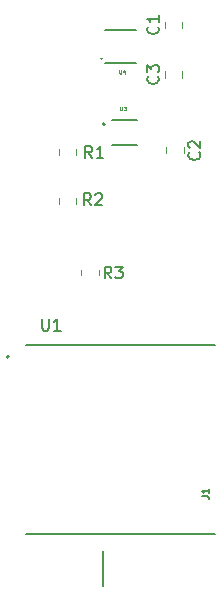
<source format=gbr>
%TF.GenerationSoftware,KiCad,Pcbnew,8.0.1*%
%TF.CreationDate,2024-03-27T22:20:37-06:00*%
%TF.ProjectId,weather-station-receiver,77656174-6865-4722-9d73-746174696f6e,rev?*%
%TF.SameCoordinates,Original*%
%TF.FileFunction,Legend,Top*%
%TF.FilePolarity,Positive*%
%FSLAX46Y46*%
G04 Gerber Fmt 4.6, Leading zero omitted, Abs format (unit mm)*
G04 Created by KiCad (PCBNEW 8.0.1) date 2024-03-27 22:20:37*
%MOMM*%
%LPD*%
G01*
G04 APERTURE LIST*
%ADD10C,0.150000*%
%ADD11C,0.080000*%
%ADD12C,0.080430*%
%ADD13C,0.120000*%
%ADD14C,0.203200*%
%ADD15C,0.200000*%
%ADD16C,0.127000*%
G04 APERTURE END LIST*
D10*
X159243733Y-93926819D02*
X158910400Y-93450628D01*
X158672305Y-93926819D02*
X158672305Y-92926819D01*
X158672305Y-92926819D02*
X159053257Y-92926819D01*
X159053257Y-92926819D02*
X159148495Y-92974438D01*
X159148495Y-92974438D02*
X159196114Y-93022057D01*
X159196114Y-93022057D02*
X159243733Y-93117295D01*
X159243733Y-93117295D02*
X159243733Y-93260152D01*
X159243733Y-93260152D02*
X159196114Y-93355390D01*
X159196114Y-93355390D02*
X159148495Y-93403009D01*
X159148495Y-93403009D02*
X159053257Y-93450628D01*
X159053257Y-93450628D02*
X158672305Y-93450628D01*
X159577067Y-92926819D02*
X160196114Y-92926819D01*
X160196114Y-92926819D02*
X159862781Y-93307771D01*
X159862781Y-93307771D02*
X160005638Y-93307771D01*
X160005638Y-93307771D02*
X160100876Y-93355390D01*
X160100876Y-93355390D02*
X160148495Y-93403009D01*
X160148495Y-93403009D02*
X160196114Y-93498247D01*
X160196114Y-93498247D02*
X160196114Y-93736342D01*
X160196114Y-93736342D02*
X160148495Y-93831580D01*
X160148495Y-93831580D02*
X160100876Y-93879200D01*
X160100876Y-93879200D02*
X160005638Y-93926819D01*
X160005638Y-93926819D02*
X159719924Y-93926819D01*
X159719924Y-93926819D02*
X159624686Y-93879200D01*
X159624686Y-93879200D02*
X159577067Y-93831580D01*
X157516533Y-87729219D02*
X157183200Y-87253028D01*
X156945105Y-87729219D02*
X156945105Y-86729219D01*
X156945105Y-86729219D02*
X157326057Y-86729219D01*
X157326057Y-86729219D02*
X157421295Y-86776838D01*
X157421295Y-86776838D02*
X157468914Y-86824457D01*
X157468914Y-86824457D02*
X157516533Y-86919695D01*
X157516533Y-86919695D02*
X157516533Y-87062552D01*
X157516533Y-87062552D02*
X157468914Y-87157790D01*
X157468914Y-87157790D02*
X157421295Y-87205409D01*
X157421295Y-87205409D02*
X157326057Y-87253028D01*
X157326057Y-87253028D02*
X156945105Y-87253028D01*
X157897486Y-86824457D02*
X157945105Y-86776838D01*
X157945105Y-86776838D02*
X158040343Y-86729219D01*
X158040343Y-86729219D02*
X158278438Y-86729219D01*
X158278438Y-86729219D02*
X158373676Y-86776838D01*
X158373676Y-86776838D02*
X158421295Y-86824457D01*
X158421295Y-86824457D02*
X158468914Y-86919695D01*
X158468914Y-86919695D02*
X158468914Y-87014933D01*
X158468914Y-87014933D02*
X158421295Y-87157790D01*
X158421295Y-87157790D02*
X157849867Y-87729219D01*
X157849867Y-87729219D02*
X158468914Y-87729219D01*
X157618133Y-83716019D02*
X157284800Y-83239828D01*
X157046705Y-83716019D02*
X157046705Y-82716019D01*
X157046705Y-82716019D02*
X157427657Y-82716019D01*
X157427657Y-82716019D02*
X157522895Y-82763638D01*
X157522895Y-82763638D02*
X157570514Y-82811257D01*
X157570514Y-82811257D02*
X157618133Y-82906495D01*
X157618133Y-82906495D02*
X157618133Y-83049352D01*
X157618133Y-83049352D02*
X157570514Y-83144590D01*
X157570514Y-83144590D02*
X157522895Y-83192209D01*
X157522895Y-83192209D02*
X157427657Y-83239828D01*
X157427657Y-83239828D02*
X157046705Y-83239828D01*
X158570514Y-83716019D02*
X157999086Y-83716019D01*
X158284800Y-83716019D02*
X158284800Y-82716019D01*
X158284800Y-82716019D02*
X158189562Y-82858876D01*
X158189562Y-82858876D02*
X158094324Y-82954114D01*
X158094324Y-82954114D02*
X157999086Y-83001733D01*
X163169980Y-76823866D02*
X163217600Y-76871485D01*
X163217600Y-76871485D02*
X163265219Y-77014342D01*
X163265219Y-77014342D02*
X163265219Y-77109580D01*
X163265219Y-77109580D02*
X163217600Y-77252437D01*
X163217600Y-77252437D02*
X163122361Y-77347675D01*
X163122361Y-77347675D02*
X163027123Y-77395294D01*
X163027123Y-77395294D02*
X162836647Y-77442913D01*
X162836647Y-77442913D02*
X162693790Y-77442913D01*
X162693790Y-77442913D02*
X162503314Y-77395294D01*
X162503314Y-77395294D02*
X162408076Y-77347675D01*
X162408076Y-77347675D02*
X162312838Y-77252437D01*
X162312838Y-77252437D02*
X162265219Y-77109580D01*
X162265219Y-77109580D02*
X162265219Y-77014342D01*
X162265219Y-77014342D02*
X162312838Y-76871485D01*
X162312838Y-76871485D02*
X162360457Y-76823866D01*
X162265219Y-76490532D02*
X162265219Y-75871485D01*
X162265219Y-75871485D02*
X162646171Y-76204818D01*
X162646171Y-76204818D02*
X162646171Y-76061961D01*
X162646171Y-76061961D02*
X162693790Y-75966723D01*
X162693790Y-75966723D02*
X162741409Y-75919104D01*
X162741409Y-75919104D02*
X162836647Y-75871485D01*
X162836647Y-75871485D02*
X163074742Y-75871485D01*
X163074742Y-75871485D02*
X163169980Y-75919104D01*
X163169980Y-75919104D02*
X163217600Y-75966723D01*
X163217600Y-75966723D02*
X163265219Y-76061961D01*
X163265219Y-76061961D02*
X163265219Y-76347675D01*
X163265219Y-76347675D02*
X163217600Y-76442913D01*
X163217600Y-76442913D02*
X163169980Y-76490532D01*
X166682380Y-83253966D02*
X166730000Y-83301585D01*
X166730000Y-83301585D02*
X166777619Y-83444442D01*
X166777619Y-83444442D02*
X166777619Y-83539680D01*
X166777619Y-83539680D02*
X166730000Y-83682537D01*
X166730000Y-83682537D02*
X166634761Y-83777775D01*
X166634761Y-83777775D02*
X166539523Y-83825394D01*
X166539523Y-83825394D02*
X166349047Y-83873013D01*
X166349047Y-83873013D02*
X166206190Y-83873013D01*
X166206190Y-83873013D02*
X166015714Y-83825394D01*
X166015714Y-83825394D02*
X165920476Y-83777775D01*
X165920476Y-83777775D02*
X165825238Y-83682537D01*
X165825238Y-83682537D02*
X165777619Y-83539680D01*
X165777619Y-83539680D02*
X165777619Y-83444442D01*
X165777619Y-83444442D02*
X165825238Y-83301585D01*
X165825238Y-83301585D02*
X165872857Y-83253966D01*
X165872857Y-82873013D02*
X165825238Y-82825394D01*
X165825238Y-82825394D02*
X165777619Y-82730156D01*
X165777619Y-82730156D02*
X165777619Y-82492061D01*
X165777619Y-82492061D02*
X165825238Y-82396823D01*
X165825238Y-82396823D02*
X165872857Y-82349204D01*
X165872857Y-82349204D02*
X165968095Y-82301585D01*
X165968095Y-82301585D02*
X166063333Y-82301585D01*
X166063333Y-82301585D02*
X166206190Y-82349204D01*
X166206190Y-82349204D02*
X166777619Y-82920632D01*
X166777619Y-82920632D02*
X166777619Y-82301585D01*
X163169980Y-72607466D02*
X163217600Y-72655085D01*
X163217600Y-72655085D02*
X163265219Y-72797942D01*
X163265219Y-72797942D02*
X163265219Y-72893180D01*
X163265219Y-72893180D02*
X163217600Y-73036037D01*
X163217600Y-73036037D02*
X163122361Y-73131275D01*
X163122361Y-73131275D02*
X163027123Y-73178894D01*
X163027123Y-73178894D02*
X162836647Y-73226513D01*
X162836647Y-73226513D02*
X162693790Y-73226513D01*
X162693790Y-73226513D02*
X162503314Y-73178894D01*
X162503314Y-73178894D02*
X162408076Y-73131275D01*
X162408076Y-73131275D02*
X162312838Y-73036037D01*
X162312838Y-73036037D02*
X162265219Y-72893180D01*
X162265219Y-72893180D02*
X162265219Y-72797942D01*
X162265219Y-72797942D02*
X162312838Y-72655085D01*
X162312838Y-72655085D02*
X162360457Y-72607466D01*
X163265219Y-71655085D02*
X163265219Y-72226513D01*
X163265219Y-71940799D02*
X162265219Y-71940799D01*
X162265219Y-71940799D02*
X162408076Y-72036037D01*
X162408076Y-72036037D02*
X162503314Y-72131275D01*
X162503314Y-72131275D02*
X162550933Y-72226513D01*
X153386711Y-97336606D02*
X153386711Y-98148259D01*
X153386711Y-98148259D02*
X153434455Y-98243747D01*
X153434455Y-98243747D02*
X153482200Y-98291492D01*
X153482200Y-98291492D02*
X153577688Y-98339236D01*
X153577688Y-98339236D02*
X153768665Y-98339236D01*
X153768665Y-98339236D02*
X153864154Y-98291492D01*
X153864154Y-98291492D02*
X153911898Y-98243747D01*
X153911898Y-98243747D02*
X153959642Y-98148259D01*
X153959642Y-98148259D02*
X153959642Y-97336606D01*
X154962272Y-98339236D02*
X154389341Y-98339236D01*
X154675806Y-98339236D02*
X154675806Y-97336606D01*
X154675806Y-97336606D02*
X154580318Y-97479839D01*
X154580318Y-97479839D02*
X154484829Y-97575327D01*
X154484829Y-97575327D02*
X154389341Y-97623072D01*
D11*
X159999790Y-79382478D02*
X159999790Y-79641525D01*
X159999790Y-79641525D02*
X160015028Y-79672001D01*
X160015028Y-79672001D02*
X160030266Y-79687240D01*
X160030266Y-79687240D02*
X160060742Y-79702478D01*
X160060742Y-79702478D02*
X160121695Y-79702478D01*
X160121695Y-79702478D02*
X160152171Y-79687240D01*
X160152171Y-79687240D02*
X160167409Y-79672001D01*
X160167409Y-79672001D02*
X160182647Y-79641525D01*
X160182647Y-79641525D02*
X160182647Y-79382478D01*
X160304552Y-79382478D02*
X160502647Y-79382478D01*
X160502647Y-79382478D02*
X160395980Y-79504382D01*
X160395980Y-79504382D02*
X160441695Y-79504382D01*
X160441695Y-79504382D02*
X160472171Y-79519620D01*
X160472171Y-79519620D02*
X160487409Y-79534859D01*
X160487409Y-79534859D02*
X160502647Y-79565335D01*
X160502647Y-79565335D02*
X160502647Y-79641525D01*
X160502647Y-79641525D02*
X160487409Y-79672001D01*
X160487409Y-79672001D02*
X160472171Y-79687240D01*
X160472171Y-79687240D02*
X160441695Y-79702478D01*
X160441695Y-79702478D02*
X160350266Y-79702478D01*
X160350266Y-79702478D02*
X160319790Y-79687240D01*
X160319790Y-79687240D02*
X160304552Y-79672001D01*
D12*
X159908379Y-76267131D02*
X159908379Y-76527571D01*
X159908379Y-76527571D02*
X159923699Y-76558211D01*
X159923699Y-76558211D02*
X159939019Y-76573532D01*
X159939019Y-76573532D02*
X159969659Y-76588852D01*
X159969659Y-76588852D02*
X160030939Y-76588852D01*
X160030939Y-76588852D02*
X160061579Y-76573532D01*
X160061579Y-76573532D02*
X160076899Y-76558211D01*
X160076899Y-76558211D02*
X160092219Y-76527571D01*
X160092219Y-76527571D02*
X160092219Y-76267131D01*
X160383300Y-76374371D02*
X160383300Y-76588852D01*
X160306700Y-76251811D02*
X160230100Y-76481611D01*
X160230100Y-76481611D02*
X160429260Y-76481611D01*
D10*
X166883539Y-112384742D02*
X167341131Y-112384742D01*
X167341131Y-112384742D02*
X167432649Y-112415248D01*
X167432649Y-112415248D02*
X167493662Y-112476260D01*
X167493662Y-112476260D02*
X167524168Y-112567779D01*
X167524168Y-112567779D02*
X167524168Y-112628791D01*
X167524168Y-111744113D02*
X167524168Y-112110187D01*
X167524168Y-111927150D02*
X166883539Y-111927150D01*
X166883539Y-111927150D02*
X166975057Y-111988162D01*
X166975057Y-111988162D02*
X167036069Y-112049175D01*
X167036069Y-112049175D02*
X167066576Y-112110187D01*
D13*
%TO.C,R3*%
X156694200Y-93664264D02*
X156694200Y-93210136D01*
X158164200Y-93664264D02*
X158164200Y-93210136D01*
%TO.C,R2*%
X154814600Y-87587064D02*
X154814600Y-87132936D01*
X156284600Y-87587064D02*
X156284600Y-87132936D01*
%TO.C,R1*%
X156284600Y-82999336D02*
X156284600Y-83453464D01*
X154814600Y-82999336D02*
X154814600Y-83453464D01*
%TO.C,C3*%
X163755400Y-76918452D02*
X163755400Y-76395948D01*
X165225400Y-76918452D02*
X165225400Y-76395948D01*
%TO.C,C2*%
X165377800Y-82826048D02*
X165377800Y-83348552D01*
X163907800Y-82826048D02*
X163907800Y-83348552D01*
%TO.C,C1*%
X163755400Y-72702052D02*
X163755400Y-72179548D01*
X165225400Y-72702052D02*
X165225400Y-72179548D01*
D14*
%TO.C,U1*%
X151991000Y-99543600D02*
X167991000Y-99543600D01*
X167991000Y-115543600D02*
X151991000Y-115543600D01*
D15*
X150566000Y-100558600D02*
G75*
G02*
X150366000Y-100558600I-100000J0D01*
G01*
X150366000Y-100558600D02*
G75*
G02*
X150566000Y-100558600I100000J0D01*
G01*
D16*
%TO.C,U3*%
X159342600Y-80534800D02*
X161442600Y-80534800D01*
X159342600Y-82634800D02*
X161442600Y-82634800D01*
D15*
X158692600Y-80884800D02*
G75*
G02*
X158492600Y-80884800I-100000J0D01*
G01*
X158492600Y-80884800D02*
G75*
G02*
X158692600Y-80884800I100000J0D01*
G01*
D16*
%TO.C,U4*%
X161305900Y-75705400D02*
X158705900Y-75705400D01*
X161305900Y-72935400D02*
X158705900Y-72935400D01*
D15*
X158455900Y-75320400D02*
G75*
G02*
X158355900Y-75320400I-50000J0D01*
G01*
X158355900Y-75320400D02*
G75*
G02*
X158455900Y-75320400I50000J0D01*
G01*
D16*
%TO.C,J1*%
X158559800Y-119965600D02*
X158559800Y-116965600D01*
%TD*%
M02*

</source>
